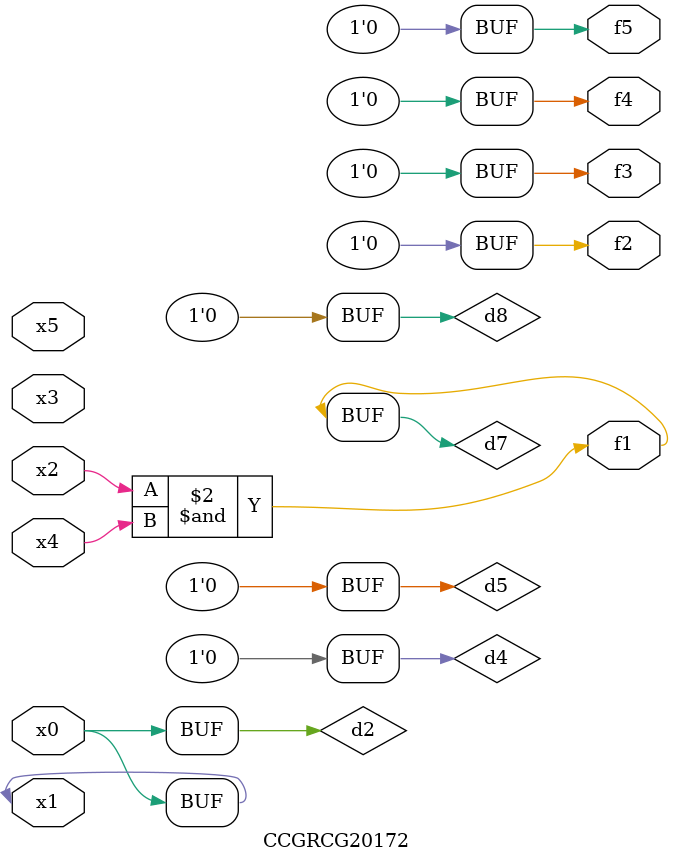
<source format=v>
module CCGRCG20172(
	input x0, x1, x2, x3, x4, x5,
	output f1, f2, f3, f4, f5
);

	wire d1, d2, d3, d4, d5, d6, d7, d8, d9;

	nand (d1, x1);
	buf (d2, x0, x1);
	nand (d3, x2, x4);
	and (d4, d1, d2);
	and (d5, d1, d2);
	nand (d6, d1, d3);
	not (d7, d3);
	xor (d8, d5);
	nor (d9, d5, d6);
	assign f1 = d7;
	assign f2 = d8;
	assign f3 = d8;
	assign f4 = d8;
	assign f5 = d8;
endmodule

</source>
